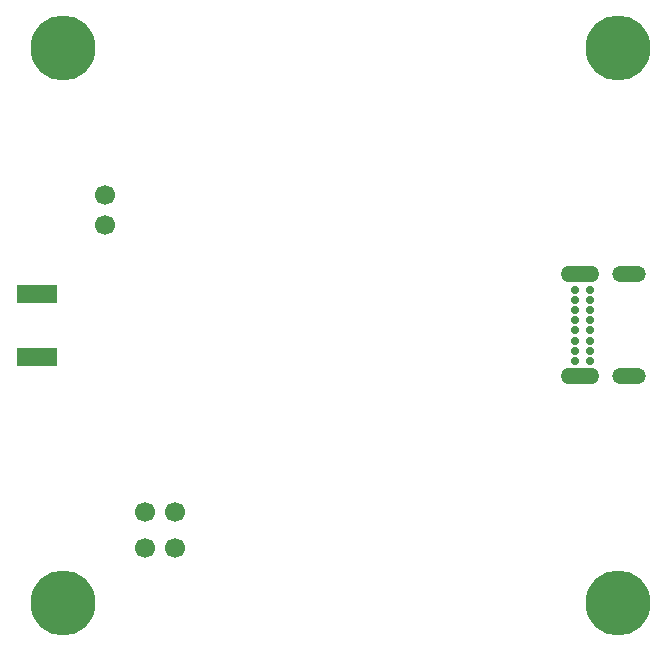
<source format=gbr>
G04*
G04 #@! TF.GenerationSoftware,Altium Limited,Altium Designer,24.9.1 (31)*
G04*
G04 Layer_Color=255*
%FSLAX25Y25*%
%MOIN*%
G70*
G04*
G04 #@! TF.SameCoordinates,AE1E5416-9686-4E21-8CD7-455353439681*
G04*
G04*
G04 #@! TF.FilePolarity,Positive*
G04*
G01*
G75*
%ADD23R,0.13780X0.05906*%
%ADD66C,0.06693*%
%ADD67C,0.21654*%
%ADD68O,0.12795X0.05315*%
%ADD69O,0.11221X0.05315*%
%ADD70C,0.02756*%
D23*
X7087Y97638D02*
D03*
Y118898D02*
D03*
D66*
X43165Y33956D02*
D03*
X53165D02*
D03*
Y45957D02*
D03*
X43165D02*
D03*
X29921Y141850D02*
D03*
Y151850D02*
D03*
D67*
X15748Y15748D02*
D03*
X200787D02*
D03*
Y200787D02*
D03*
X15748D02*
D03*
D68*
X188386Y91260D02*
D03*
Y125276D02*
D03*
D69*
X204724Y91260D02*
D03*
Y125276D02*
D03*
D70*
X186417Y96555D02*
D03*
Y99902D02*
D03*
Y103248D02*
D03*
Y106595D02*
D03*
Y109941D02*
D03*
Y113287D02*
D03*
Y116634D02*
D03*
Y119980D02*
D03*
X191732D02*
D03*
Y116634D02*
D03*
Y113287D02*
D03*
Y109941D02*
D03*
Y106595D02*
D03*
Y103248D02*
D03*
Y99902D02*
D03*
Y96555D02*
D03*
M02*

</source>
